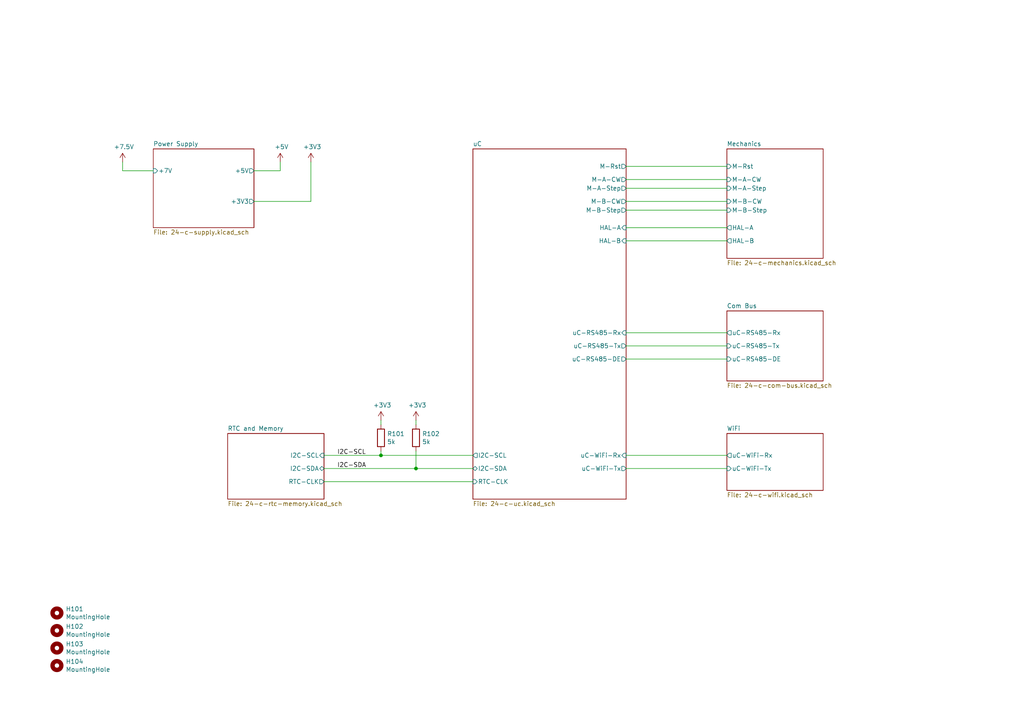
<source format=kicad_sch>
(kicad_sch (version 20211123) (generator eeschema)
  (paper "A4")
  (title_block (title "24 Clocks") (date "GITDATE") (rev "GITHASH") (company "Martin van Leussen"))
  (lib_symbols
    (symbol "Device:R" (pin_numbers hide) (pin_names (offset 0))
      (property "Reference" "R" (at 2.032 0 90))
      (property "Value" "R" (at 0 0 90))
      (symbol "R_0_1"
        (rectangle (start -1.016 -2.54) (end 1.016 2.54) (stroke (width 0.254)))
      )
      (symbol "R_1_1"
        (pin passive line (at 0 3.81 270) (length 1.27) (name "~") (number "1"))
        (pin passive line (at 0 -3.81 90) (length 1.27) (name "~") (number "2"))
      )
    )
    (symbol "Mechanical:MountingHole" (pin_names (offset 1.016))
      (property "Reference" "H" (at 0 5.08 0))
      (property "Value" "MountingHole" (at 0 3.175 0))
      (symbol "MountingHole_0_1"
        (circle (center 0 0) (radius 1.27) (stroke (width 1.27)))
      )
    )
    (symbol "power:+3V3" (power) (pin_names (offset 0))
      (property "Value" "+3V3" (at 0 3.556 0))
      (symbol "+3V3_0_1"
        (polyline (pts (xy -0.762 1.27) (xy 0 2.54)))
        (polyline (pts (xy 0 0) (xy 0 2.54)))
        (polyline (pts (xy 0 2.54) (xy 0.762 1.27)))
      )
      (symbol "+3V3_1_1"
        (pin power_in line (at 0 0 90) (length 0) hide (name "+3V3") (number "1"))
      )
    )
    (symbol "power:+5V" (power) (pin_names (offset 0))
      (property "Value" "+5V" (at 0 3.556 0))
      (symbol "+5V_0_1"
        (polyline (pts (xy -0.762 1.27) (xy 0 2.54)))
        (polyline (pts (xy 0 0) (xy 0 2.54)))
        (polyline (pts (xy 0 2.54) (xy 0.762 1.27)))
      )
      (symbol "+5V_1_1"
        (pin power_in line (at 0 0 90) (length 0) hide (name "+5V") (number "1"))
      )
    )
    (symbol "power:+7.5V" (power) (pin_names (offset 0))
      (property "Value" "+7.5V" (at 0 3.556 0))
      (symbol "+7.5V_0_1"
        (polyline (pts (xy -0.762 1.27) (xy 0 2.54)))
        (polyline (pts (xy 0 0) (xy 0 2.54)))
        (polyline (pts (xy 0 2.54) (xy 0.762 1.27)))
      )
      (symbol "+7.5V_1_1"
        (pin power_in line (at 0 0 90) (length 0) hide (name "+7.5V") (number "1"))
      )
    )
  )
  (junction (at 120.65 135.89))
  (junction (at 110.49 132.08))
  (wire (pts (xy 90.17 58.42) (xy 90.17 46.99)))
  (wire (pts (xy 81.28 46.99) (xy 81.28 49.53)))
  (wire (pts (xy 181.61 54.61) (xy 210.82 54.61)))
  (wire (pts (xy 181.61 58.42) (xy 210.82 58.42)))
  (wire (pts (xy 81.28 49.53) (xy 73.66 49.53)))
  (wire (pts (xy 93.98 139.7) (xy 137.16 139.7)))
  (wire (pts (xy 181.61 96.52) (xy 210.82 96.52)))
  (wire (pts (xy 120.65 121.92) (xy 120.65 123.19)))
  (wire (pts (xy 93.98 135.89) (xy 120.65 135.89)))
  (wire (pts (xy 35.56 46.99) (xy 35.56 49.53)))
  (wire (pts (xy 181.61 66.04) (xy 210.82 66.04)))
  (wire (pts (xy 120.65 130.81) (xy 120.65 135.89)))
  (wire (pts (xy 110.49 121.92) (xy 110.49 123.19)))
  (wire (pts (xy 35.56 49.53) (xy 44.45 49.53)))
  (wire (pts (xy 120.65 135.89) (xy 137.16 135.89)))
  (wire (pts (xy 181.61 60.96) (xy 210.82 60.96)))
  (wire (pts (xy 181.61 132.08) (xy 210.82 132.08)))
  (wire (pts (xy 181.61 52.07) (xy 210.82 52.07)))
  (wire (pts (xy 73.66 58.42) (xy 90.17 58.42)))
  (wire (pts (xy 110.49 132.08) (xy 137.16 132.08)))
  (wire (pts (xy 93.98 132.08) (xy 110.49 132.08)))
  (wire (pts (xy 181.61 48.26) (xy 210.82 48.26)))
  (wire (pts (xy 110.49 130.81) (xy 110.49 132.08)))
  (wire (pts (xy 181.61 69.85) (xy 210.82 69.85)))
  (wire (pts (xy 181.61 135.89) (xy 210.82 135.89)))
  (wire (pts (xy 181.61 104.14) (xy 210.82 104.14)))
  (wire (pts (xy 181.61 100.33) (xy 210.82 100.33)))
  (label "I2C-SDA" (at 97.79 135.89 0))
  (label "I2C-SCL" (at 97.79 132.08 0))
  (symbol (lib_id "power:+5V") (at 81.28 46.99 0) (unit 1)
    (property "Reference" "#PWR0102" (effects hide))
    (property "Value" "+5V" (at 81.661 42.5958 0))
  )
  (symbol (lib_id "power:+3V3") (at 90.17 46.99 0) (unit 1)
    (property "Reference" "#PWR0103" (effects hide))
    (property "Value" "+3V3" (at 90.551 42.5958 0))
  )
  (symbol (lib_id "power:+3V3") (at 110.49 121.92 0) (unit 1)
    (property "Reference" "#PWR0104" (effects hide))
    (property "Value" "+3V3" (at 110.871 117.5258 0))
  )
  (symbol (lib_id "Device:R") (at 110.49 127 0) (unit 1)
    (property "Reference" "R101" (at 112.268 125.8316 0) (effects (justify left)))
    (property "Value" "5k" (at 112.268 128.143 0) (effects (justify left)))
    (property "Footprint" "Resistor_SMD:R_0603_1608Metric" (effects hide))
  )
  (symbol (lib_id "power:+3V3") (at 120.65 121.92 0) (unit 1)
    (property "Reference" "#PWR0105" (effects hide))
    (property "Value" "+3V3" (at 121.031 117.5258 0))
  )
  (symbol (lib_id "Device:R") (at 120.65 127 0) (unit 1)
    (property "Reference" "R102" (at 122.428 125.8316 0) (effects (justify left)))
    (property "Value" "5k" (at 122.428 128.143 0) (effects (justify left)))
    (property "Footprint" "Resistor_SMD:R_0603_1608Metric" (effects hide))
  )
  (symbol (lib_id "Mechanical:MountingHole") (at 16.51 177.8 0) (unit 1)
    (property "Reference" "H101" (at 19.05 176.6316 0) (effects (justify left)))
    (property "Value" "MountingHole" (at 19.05 178.943 0) (effects (justify left)))
    (property "Footprint" "MountingHole:MountingHole_3.2mm_M3" (effects hide))
  )
  (symbol (lib_id "Mechanical:MountingHole") (at 16.51 182.88 0) (unit 1)
    (property "Reference" "H102" (at 19.05 181.7116 0) (effects (justify left)))
    (property "Value" "MountingHole" (at 19.05 184.023 0) (effects (justify left)))
    (property "Footprint" "MountingHole:MountingHole_3.2mm_M3" (effects hide))
  )
  (symbol (lib_id "Mechanical:MountingHole") (at 16.51 187.96 0) (unit 1)
    (property "Reference" "H103" (at 19.05 186.7916 0) (effects (justify left)))
    (property "Value" "MountingHole" (at 19.05 189.103 0) (effects (justify left)))
    (property "Footprint" "MountingHole:MountingHole_3.2mm_M3" (effects hide))
  )
  (symbol (lib_id "Mechanical:MountingHole") (at 16.51 193.04 0) (unit 1)
    (property "Reference" "H104" (at 19.05 191.8716 0) (effects (justify left)))
    (property "Value" "MountingHole" (at 19.05 194.183 0) (effects (justify left)))
    (property "Footprint" "MountingHole:MountingHole_3.2mm_M3" (effects hide))
  )
  (symbol (lib_id "power:+7.5V") (at 35.56 46.99 0) (unit 1)
    (property "Reference" "#PWR0101" (effects hide))
    (property "Value" "+7.5V" (at 35.941 42.5958 0))
  )
  (sheet (at 210.82 43.18) (size 27.94 31.75)
    (property "Sheet name" "Mechanics" (at 210.82 42.4684 0) (effects (justify left bottom)))
    (property "Sheet file" "24-c-mechanics.kicad_sch" (at 210.82 75.5146 0) (effects (justify left top)))
    (pin "M-Rst" input (at 210.82 48.26 180))
    (pin "M-A-CW" input (at 210.82 52.07 180))
    (pin "M-B-Step" input (at 210.82 60.96 180))
    (pin "M-A-Step" input (at 210.82 54.61 180))
    (pin "M-B-CW" input (at 210.82 58.42 180))
    (pin "HAL-A" output (at 210.82 66.04 180))
    (pin "HAL-B" output (at 210.82 69.85 180))
  )
  (sheet (at 210.82 90.17) (size 27.94 20.32)
    (property "Sheet name" "Com Bus" (at 210.82 89.4584 0) (effects (justify left bottom)))
    (property "Sheet file" "24-c-com-bus.kicad_sch" (at 210.82 111.0746 0) (effects (justify left top)))
    (pin "uC-RS485-Rx" output (at 210.82 96.52 180))
    (pin "uC-RS485-Tx" input (at 210.82 100.33 180))
    (pin "uC-RS485-DE" input (at 210.82 104.14 180))
  )
  (sheet (at 44.45 43.18) (size 29.21 22.86)
    (property "Sheet name" "Power Supply" (at 44.45 42.4684 0) (effects (justify left bottom)))
    (property "Sheet file" "24-c-supply.kicad_sch" (at 44.45 66.6246 0) (effects (justify left top)))
    (pin "+7V" input (at 44.45 49.53 180))
    (pin "+5V" output (at 73.66 49.53 0))
    (pin "+3V3" output (at 73.66 58.42 0))
  )
  (sheet (at 210.82 125.73) (size 27.94 16.51)
    (property "Sheet name" "WiFi" (at 210.82 125.0184 0) (effects (justify left bottom)))
    (property "Sheet file" "24-c-wifi.kicad_sch" (at 210.82 142.8246 0) (effects (justify left top)))
    (pin "uC-WiFi-Tx" input (at 210.82 135.89 180))
    (pin "uC-WiFi-Rx" output (at 210.82 132.08 180))
  )
  (sheet (at 66.04 125.73) (size 27.94 19.05)
    (property "Sheet name" "RTC and Memory" (at 66.04 125.0184 0) (effects (justify left bottom)))
    (property "Sheet file" "24-c-rtc-memory.kicad_sch" (at 66.04 145.3646 0) (effects (justify left top)))
    (pin "I2C-SDA" bidirectional (at 93.98 135.89 0))
    (pin "I2C-SCL" input (at 93.98 132.08 0))
    (pin "RTC-CLK" output (at 93.98 139.7 0))
  )
  (sheet (at 137.16 43.18) (size 44.45 101.6)
    (property "Sheet name" "uC" (at 137.16 42.4684 0) (effects (justify left bottom)))
    (property "Sheet file" "24-c-uc.kicad_sch" (at 137.16 145.3646 0) (effects (justify left top)))
    (pin "M-Rst" output (at 181.61 48.26 0))
    (pin "M-A-CW" output (at 181.61 52.07 0))
    (pin "M-A-Step" output (at 181.61 54.61 0))
    (pin "M-B-CW" output (at 181.61 58.42 0))
    (pin "M-B-Step" output (at 181.61 60.96 0))
    (pin "HAL-A" input (at 181.61 66.04 0))
    (pin "HAL-B" input (at 181.61 69.85 0))
    (pin "uC-RS485-Rx" input (at 181.61 96.52 0))
    (pin "uC-RS485-Tx" output (at 181.61 100.33 0))
    (pin "uC-RS485-DE" output (at 181.61 104.14 0))
    (pin "uC-WiFi-Tx" output (at 181.61 135.89 0))
    (pin "uC-WiFi-Rx" input (at 181.61 132.08 0))
    (pin "I2C-SCL" output (at 137.16 132.08 180))
    (pin "I2C-SDA" bidirectional (at 137.16 135.89 180))
    (pin "RTC-CLK" input (at 137.16 139.7 180))
  )
)
</source>
